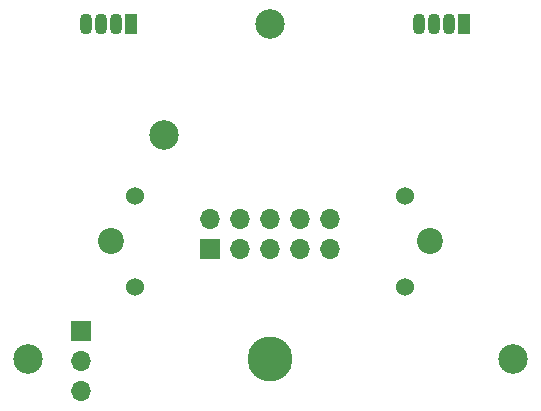
<source format=gbr>
%TF.GenerationSoftware,KiCad,Pcbnew,(5.1.9)-1*%
%TF.CreationDate,2021-09-08T15:23:30-06:00*%
%TF.ProjectId,standby_airspeed_vvi,7374616e-6462-4795-9f61-697273706565,rev?*%
%TF.SameCoordinates,Original*%
%TF.FileFunction,Soldermask,Top*%
%TF.FilePolarity,Negative*%
%FSLAX46Y46*%
G04 Gerber Fmt 4.6, Leading zero omitted, Abs format (unit mm)*
G04 Created by KiCad (PCBNEW (5.1.9)-1) date 2021-09-08 15:23:30*
%MOMM*%
%LPD*%
G01*
G04 APERTURE LIST*
%ADD10C,3.800000*%
%ADD11C,2.500000*%
%ADD12C,2.200000*%
%ADD13C,1.524000*%
%ADD14O,1.700000X1.700000*%
%ADD15R,1.700000X1.700000*%
%ADD16O,1.070000X1.800000*%
%ADD17R,1.070000X1.800000*%
G04 APERTURE END LIST*
D10*
%TO.C,M1*%
X179937766Y-106867952D03*
D11*
X170937766Y-87867952D03*
D12*
X193437766Y-96867952D03*
X166437766Y-96867952D03*
D13*
X191362766Y-93017952D03*
X191362766Y-100717952D03*
X168512766Y-100717952D03*
X168512766Y-93017952D03*
%TD*%
D14*
%TO.C,J3*%
X163897766Y-109567952D03*
X163897766Y-107027952D03*
D15*
X163897766Y-104487952D03*
%TD*%
D14*
%TO.C,J1*%
X185017766Y-94994574D03*
X185017766Y-97534574D03*
X182477766Y-94994574D03*
X182477766Y-97534574D03*
X179937766Y-94994574D03*
X179937766Y-97534574D03*
X177397766Y-94994574D03*
X177397766Y-97534574D03*
X174857766Y-94994574D03*
D15*
X174857766Y-97534574D03*
%TD*%
D11*
%TO.C,H3*%
X179937766Y-78484574D03*
%TD*%
%TO.C,H2*%
X200491250Y-106867951D03*
%TD*%
%TO.C,H1*%
X159384281Y-106867951D03*
%TD*%
D16*
%TO.C,D2*%
X192515515Y-78484574D03*
X193785515Y-78484574D03*
X195055515Y-78484574D03*
D17*
X196325515Y-78484574D03*
%TD*%
D16*
%TO.C,D1*%
X164360016Y-78484574D03*
X165630016Y-78484574D03*
X166900016Y-78484574D03*
D17*
X168170016Y-78484574D03*
%TD*%
M02*

</source>
